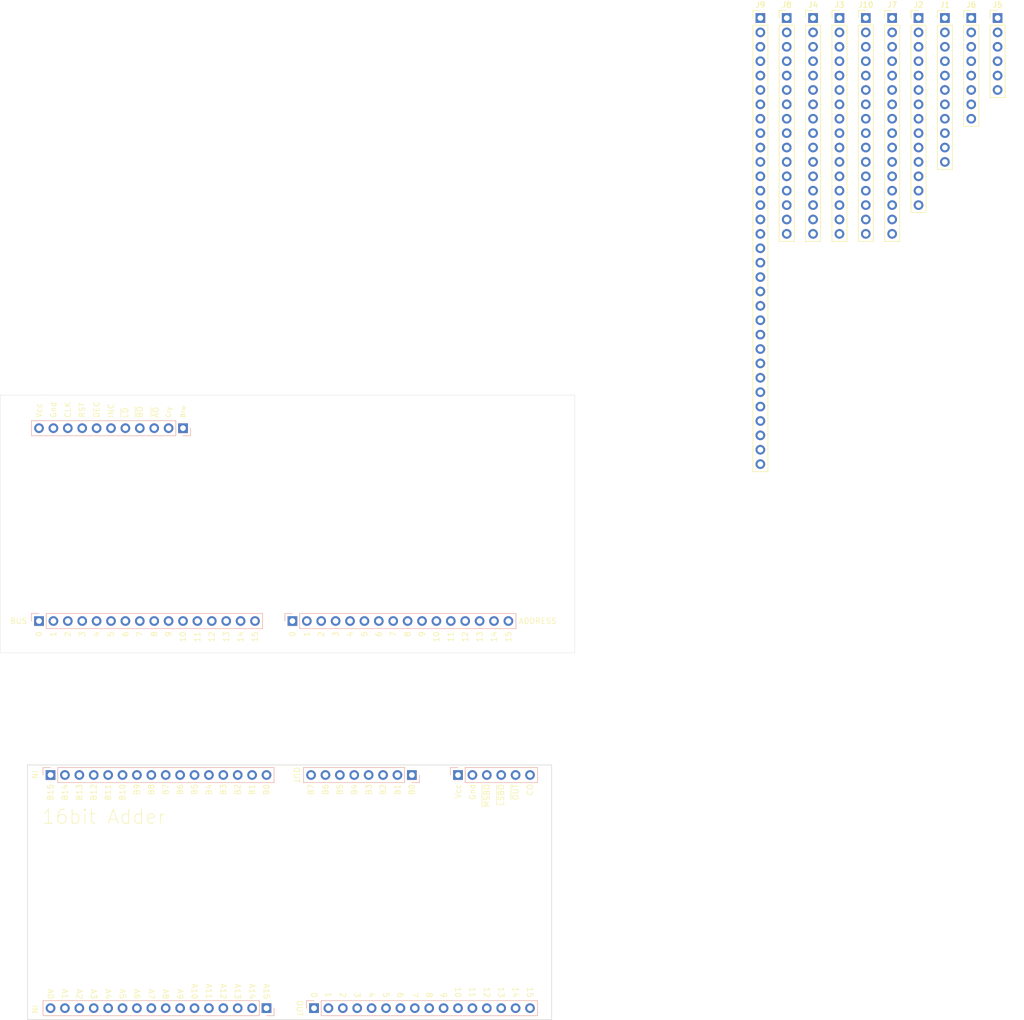
<source format=kicad_pcb>
(kicad_pcb (version 20211014) (generator pcbnew)
  (layers (0 "F.Cu" signal) (31 "B.Cu" signal) (34 "B.Paste" user) (35 "F.Paste" user) (36 "B.SilkS" user "B.Silkscreen") (37 "F.SilkS" user "F.Silkscreen") (38 "B.Mask" user) (39 "F.Mask" user) (44 "Edge.Cuts" user))
  (net 0 "")
  (net 1 "BO")
  (net 2 "CO")
  (net 3 "~{INDEX_OFFSET_OUT}")
  (net 4 "~{INDEX_OUT}")
  (net 5 "~{LATCH_INDEX}")
  (net 6 "~{INC_INDEX}")
  (net 7 "~{DEC_INDEX}")
  (net 8 "~{RST_INDEX}")
  (net 9 "CLOCK")
  (net 10 "GND")
  (net 11 "VCC")
  (net 12 "~{DISPLACE_OUT}")
  (net 13 "~{DISP_LSB_OUT}")
  (net 14 "~{DISP_MSB_OUT}")
  (net 15 "~{OFFSET_OUT}")
  (net 16 "LATCH_OFFSET")
  (net 17 "ADDR0")
  (net 18 "ADDR1")
  (net 19 "ADDR2")
  (net 20 "ADDR3")
  (net 21 "ADDR4")
  (net 22 "ADDR5")
  (net 23 "ADDR6")
  (net 24 "ADDR7")
  (net 25 "ADDR8")
  (net 26 "ADDR9")
  (net 27 "ADDR10")
  (net 28 "ADDR11")
  (net 29 "ADDR12")
  (net 30 "ADDR13")
  (net 31 "ADDR14")
  (net 32 "ADDR15")
  (net 33 "A0")
  (net 34 "A1")
  (net 35 "A2")
  (net 36 "A3")
  (net 37 "A4")
  (net 38 "A5")
  (net 39 "A6")
  (net 40 "A7")
  (net 41 "A8")
  (net 42 "A9")
  (net 43 "A10")
  (net 44 "A11")
  (net 45 "A12")
  (net 46 "A13")
  (net 47 "A14")
  (net 48 "A15")
  (net 50 "BUS7")
  (net 51 "BUS6")
  (net 52 "BUS5")
  (net 53 "BUS4")
  (net 54 "BUS3")
  (net 55 "BUS2")
  (net 56 "BUS1")
  (net 57 "BUS0")
  (net 59 "OFFSET_SIGN")
  (net 60 "OFFSET6")
  (net 61 "OFFSET5")
  (net 62 "OFFSET4")
  (net 63 "OFFSET3")
  (net 64 "OFFSET2")
  (net 65 "OFFSET1")
  (net 66 "OFFSET0")
  (net 67 "B15")
  (net 68 "B14")
  (net 69 "B13")
  (net 70 "B12")
  (net 71 "B11")
  (net 72 "B10")
  (net 73 "B9")
  (net 74 "B8")
  (net 75 "B7")
  (net 76 "B6")
  (net 77 "B5")
  (net 78 "B4")
  (net 79 "B3")
  (net 80 "B2")
  (net 81 "B1")
  (net 82 "B0")
  (footprint "Connector_PinHeader_2.54mm:PinHeader_1x08_P2.54mm_Vertical" (layer "F.Cu") (at 285.104 -19.817)
    (fp_text reference "J6" (at 0 -2.33) (layer "F.SilkS"))
    (fp_text value "Conn_01x08")
    (pad "1" thru_hole rect locked (at 0 0) (size 1.7 1.7) (drill 1) (layers *.Cu *.Mask) (net 50 "BUS7"))
    (pad "2" thru_hole oval locked (at 0 2.54) (size 1.7 1.7) (drill 1) (layers *.Cu *.Mask) (net 51 "BUS6"))
    (pad "3" thru_hole oval locked (at 0 5.08) (size 1.7 1.7) (drill 1) (layers *.Cu *.Mask) (net 52 "BUS5"))
    (pad "4" thru_hole oval locked (at 0 7.62) (size 1.7 1.7) (drill 1) (layers *.Cu *.Mask) (net 53 "BUS4"))
    (pad "5" thru_hole oval locked (at 0 10.16) (size 1.7 1.7) (drill 1) (layers *.Cu *.Mask) (net 54 "BUS3"))
    (pad "6" thru_hole oval locked (at 0 12.7) (size 1.7 1.7) (drill 1) (layers *.Cu *.Mask) (net 55 "BUS2"))
    (pad "7" thru_hole oval locked (at 0 15.24) (size 1.7 1.7) (drill 1) (layers *.Cu *.Mask) (net 56 "BUS1"))
    (pad "8" thru_hole oval locked (at 0 17.78) (size 1.7 1.7) (drill 1) (layers *.Cu *.Mask) (net 57 "BUS0"))
  )
  (footprint "Connector_PinHeader_2.54mm:PinHeader_1x16_P2.54mm_Vertical" (layer "F.Cu") (at 261.854 -19.817)
    (fp_text reference "J3" (at 0 -2.33) (layer "F.SilkS"))
    (fp_text value "Conn_01x16")
    (pad "1" thru_hole rect locked (at 0 0) (size 1.7 1.7) (drill 1) (layers *.Cu *.Mask) (net 17 "ADDR0"))
    (pad "2" thru_hole oval locked (at 0 2.54) (size 1.7 1.7) (drill 1) (layers *.Cu *.Mask) (net 18 "ADDR1"))
    (pad "3" thru_hole oval locked (at 0 5.08) (size 1.7 1.7) (drill 1) (layers *.Cu *.Mask) (net 19 "ADDR2"))
    (pad "4" thru_hole oval locked (at 0 7.62) (size 1.7 1.7) (drill 1) (layers *.Cu *.Mask) (net 20 "ADDR3"))
    (pad "5" thru_hole oval locked (at 0 10.16) (size 1.7 1.7) (drill 1) (layers *.Cu *.Mask) (net 21 "ADDR4"))
    (pad "6" thru_hole oval locked (at 0 12.7) (size 1.7 1.7) (drill 1) (layers *.Cu *.Mask) (net 22 "ADDR5"))
    (pad "7" thru_hole oval locked (at 0 15.24) (size 1.7 1.7) (drill 1) (layers *.Cu *.Mask) (net 23 "ADDR6"))
    (pad "8" thru_hole oval locked (at 0 17.78) (size 1.7 1.7) (drill 1) (layers *.Cu *.Mask) (net 24 "ADDR7"))
    (pad "9" thru_hole oval locked (at 0 20.32) (size 1.7 1.7) (drill 1) (layers *.Cu *.Mask) (net 25 "ADDR8"))
    (pad "10" thru_hole oval locked (at 0 22.86) (size 1.7 1.7) (drill 1) (layers *.Cu *.Mask) (net 26 "ADDR9"))
    (pad "11" thru_hole oval locked (at 0 25.4) (size 1.7 1.7) (drill 1) (layers *.Cu *.Mask) (net 27 "ADDR10"))
    (pad "12" thru_hole oval locked (at 0 27.94) (size 1.7 1.7) (drill 1) (layers *.Cu *.Mask) (net 28 "ADDR11"))
    (pad "13" thru_hole oval locked (at 0 30.48) (size 1.7 1.7) (drill 1) (layers *.Cu *.Mask) (net 29 "ADDR12"))
    (pad "14" thru_hole oval locked (at 0 33.02) (size 1.7 1.7) (drill 1) (layers *.Cu *.Mask) (net 30 "ADDR13"))
    (pad "15" thru_hole oval locked (at 0 35.56) (size 1.7 1.7) (drill 1) (layers *.Cu *.Mask) (net 31 "ADDR14"))
    (pad "16" thru_hole oval locked (at 0 38.1) (size 1.7 1.7) (drill 1) (layers *.Cu *.Mask) (net 32 "ADDR15"))
  )
  (footprint "Connector_PinHeader_2.54mm:PinHeader_1x14_P2.54mm_Vertical" (layer "F.Cu") (at 275.804 -19.817)
    (fp_text reference "J2" (at 0 -2.33) (layer "F.SilkS"))
    (fp_text value "Conn_01x14")
    (pad "1" thru_hole rect locked (at 0 0) (size 1.7 1.7) (drill 1) (layers *.Cu *.Mask) (net 11 "VCC"))
    (pad "2" thru_hole oval locked (at 0 2.54) (size 1.7 1.7) (drill 1) (layers *.Cu *.Mask) (net 10 "GND"))
    (pad "3" thru_hole oval locked (at 0 5.08) (size 1.7 1.7) (drill 1) (layers *.Cu *.Mask) (net 9 "CLOCK"))
    (pad "4" thru_hole oval locked (at 0 7.62) (size 1.7 1.7) (drill 1) (layers *.Cu *.Mask) (net 8 "~{RST_INDEX}"))
    (pad "5" thru_hole oval locked (at 0 10.16) (size 1.7 1.7) (drill 1) (layers *.Cu *.Mask) (net 7 "~{DEC_INDEX}"))
    (pad "6" thru_hole oval locked (at 0 12.7) (size 1.7 1.7) (drill 1) (layers *.Cu *.Mask) (net 6 "~{INC_INDEX}"))
    (pad "7" thru_hole oval locked (at 0 15.24) (size 1.7 1.7) (drill 1) (layers *.Cu *.Mask) (net 5 "~{LATCH_INDEX}"))
    (pad "8" thru_hole oval locked (at 0 17.78) (size 1.7 1.7) (drill 1) (layers *.Cu *.Mask) (net 4 "~{INDEX_OUT}"))
    (pad "9" thru_hole oval locked (at 0 20.32) (size 1.7 1.7) (drill 1) (layers *.Cu *.Mask) (net 3 "~{INDEX_OFFSET_OUT}"))
    (pad "10" thru_hole oval locked (at 0 22.86) (size 1.7 1.7) (drill 1) (layers *.Cu *.Mask) (net 12 "~{DISPLACE_OUT}"))
    (pad "11" thru_hole oval locked (at 0 25.4) (size 1.7 1.7) (drill 1) (layers *.Cu *.Mask) (net 13 "~{DISP_LSB_OUT}"))
    (pad "12" thru_hole oval locked (at 0 27.94) (size 1.7 1.7) (drill 1) (layers *.Cu *.Mask) (net 14 "~{DISP_MSB_OUT}"))
    (pad "13" thru_hole oval locked (at 0 30.48) (size 1.7 1.7) (drill 1) (layers *.Cu *.Mask) (net 15 "~{OFFSET_OUT}"))
    (pad "14" thru_hole oval locked (at 0 33.02) (size 1.7 1.7) (drill 1) (layers *.Cu *.Mask) (net 16 "LATCH_OFFSET"))
  )
  (footprint "Connector_PinHeader_2.54mm:PinHeader_1x16_P2.54mm_Vertical" (layer "F.Cu") (at 271.154 -19.817)
    (fp_text reference "J7" (at 0 -2.33) (layer "F.SilkS"))
    (fp_text value "Conn_01x16")
    (pad "1" thru_hole rect locked (at 0 0) (size 1.7 1.7) (drill 1) (layers *.Cu *.Mask) (net 48 "A15"))
    (pad "2" thru_hole oval locked (at 0 2.54) (size 1.7 1.7) (drill 1) (layers *.Cu *.Mask) (net 47 "A14"))
    (pad "3" thru_hole oval locked (at 0 5.08) (size 1.7 1.7) (drill 1) (layers *.Cu *.Mask) (net 46 "A13"))
    (pad "4" thru_hole oval locked (at 0 7.62) (size 1.7 1.7) (drill 1) (layers *.Cu *.Mask) (net 45 "A12"))
    (pad "5" thru_hole oval locked (at 0 10.16) (size 1.7 1.7) (drill 1) (layers *.Cu *.Mask) (net 44 "A11"))
    (pad "6" thru_hole oval locked (at 0 12.7) (size 1.7 1.7) (drill 1) (layers *.Cu *.Mask) (net 43 "A10"))
    (pad "7" thru_hole oval locked (at 0 15.24) (size 1.7 1.7) (drill 1) (layers *.Cu *.Mask) (net 42 "A9"))
    (pad "8" thru_hole oval locked (at 0 17.78) (size 1.7 1.7) (drill 1) (layers *.Cu *.Mask) (net 41 "A8"))
    (pad "9" thru_hole oval locked (at 0 20.32) (size 1.7 1.7) (drill 1) (layers *.Cu *.Mask) (net 40 "A7"))
    (pad "10" thru_hole oval locked (at 0 22.86) (size 1.7 1.7) (drill 1) (layers *.Cu *.Mask) (net 39 "A6"))
    (pad "11" thru_hole oval locked (at 0 25.4) (size 1.7 1.7) (drill 1) (layers *.Cu *.Mask) (net 38 "A5"))
    (pad "12" thru_hole oval locked (at 0 27.94) (size 1.7 1.7) (drill 1) (layers *.Cu *.Mask) (net 37 "A4"))
    (pad "13" thru_hole oval locked (at 0 30.48) (size 1.7 1.7) (drill 1) (layers *.Cu *.Mask) (net 36 "A3"))
    (pad "14" thru_hole oval locked (at 0 33.02) (size 1.7 1.7) (drill 1) (layers *.Cu *.Mask) (net 35 "A2"))
    (pad "15" thru_hole oval locked (at 0 35.56) (size 1.7 1.7) (drill 1) (layers *.Cu *.Mask) (net 34 "A1"))
    (pad "16" thru_hole oval locked (at 0 38.1) (size 1.7 1.7) (drill 1) (layers *.Cu *.Mask) (net 33 "A0"))
  )
  (footprint "Connector_PinHeader_2.54mm:PinHeader_1x16_P2.54mm_Vertical" (layer "F.Cu") (at 266.504 -19.817)
    (fp_text reference "J10" (at 0 -2.33) (layer "F.SilkS"))
    (fp_text value "Conn_01x16")
    (pad "1" thru_hole rect locked (at 0 0) (size 1.7 1.7) (drill 1) (layers *.Cu *.Mask) (net 67 "B15"))
    (pad "2" thru_hole oval locked (at 0 2.54) (size 1.7 1.7) (drill 1) (layers *.Cu *.Mask) (net 68 "B14"))
    (pad "3" thru_hole oval locked (at 0 5.08) (size 1.7 1.7) (drill 1) (layers *.Cu *.Mask) (net 69 "B13"))
    (pad "4" thru_hole oval locked (at 0 7.62) (size 1.7 1.7) (drill 1) (layers *.Cu *.Mask) (net 70 "B12"))
    (pad "5" thru_hole oval locked (at 0 10.16) (size 1.7 1.7) (drill 1) (layers *.Cu *.Mask) (net 71 "B11"))
    (pad "6" thru_hole oval locked (at 0 12.7) (size 1.7 1.7) (drill 1) (layers *.Cu *.Mask) (net 72 "B10"))
    (pad "7" thru_hole oval locked (at 0 15.24) (size 1.7 1.7) (drill 1) (layers *.Cu *.Mask) (net 73 "B9"))
    (pad "8" thru_hole oval locked (at 0 17.78) (size 1.7 1.7) (drill 1) (layers *.Cu *.Mask) (net 74 "B8"))
    (pad "9" thru_hole oval locked (at 0 20.32) (size 1.7 1.7) (drill 1) (layers *.Cu *.Mask) (net 75 "B7"))
    (pad "10" thru_hole oval locked (at 0 22.86) (size 1.7 1.7) (drill 1) (layers *.Cu *.Mask) (net 76 "B6"))
    (pad "11" thru_hole oval locked (at 0 25.4) (size 1.7 1.7) (drill 1) (layers *.Cu *.Mask) (net 77 "B5"))
    (pad "12" thru_hole oval locked (at 0 27.94) (size 1.7 1.7) (drill 1) (layers *.Cu *.Mask) (net 78 "B4"))
    (pad "13" thru_hole oval locked (at 0 30.48) (size 1.7 1.7) (drill 1) (layers *.Cu *.Mask) (net 79 "B3"))
    (pad "14" thru_hole oval locked (at 0 33.02) (size 1.7 1.7) (drill 1) (layers *.Cu *.Mask) (net 80 "B2"))
    (pad "15" thru_hole oval locked (at 0 35.56) (size 1.7 1.7) (drill 1) (layers *.Cu *.Mask) (net 81 "B1"))
    (pad "16" thru_hole oval locked (at 0 38.1) (size 1.7 1.7) (drill 1) (layers *.Cu *.Mask) (net 82 "B0"))
  )
  (footprint "Connector_PinHeader_2.54mm:PinHeader_1x06_P2.54mm_Vertical" (layer "F.Cu") (at 289.754 -19.817)
    (fp_text reference "J5" (at 0 -2.33) (layer "F.SilkS"))
    (fp_text value "Conn_01x06")
    (pad "1" thru_hole rect locked (at 0 0) (size 1.7 1.7) (drill 1) (layers *.Cu *.Mask) (net 11 "VCC"))
    (pad "2" thru_hole oval locked (at 0 2.54) (size 1.7 1.7) (drill 1) (layers *.Cu *.Mask) (net 10 "GND"))
    (pad "3" thru_hole oval locked (at 0 5.08) (size 1.7 1.7) (drill 1) (layers *.Cu *.Mask) (net 14 "~{DISP_MSB_OUT}"))
    (pad "4" thru_hole oval locked (at 0 7.62) (size 1.7 1.7) (drill 1) (layers *.Cu *.Mask) (net 13 "~{DISP_LSB_OUT}"))
    (pad "5" thru_hole oval locked (at 0 10.16) (size 1.7 1.7) (drill 1) (layers *.Cu *.Mask) (net 12 "~{DISPLACE_OUT}"))
    (pad "6" thru_hole oval locked (at 0 12.7) (size 1.7 1.7) (drill 1) (layers *.Cu *.Mask))
  )
  (footprint "Connector_PinHeader_2.54mm:PinHeader_1x32_P2.54mm_Vertical" (layer "F.Cu") (at 247.904 -19.817)
    (fp_text reference "J9" (at 0 -2.33) (layer "F.SilkS"))
    (fp_text value "Conn_01x32")
    (pad "1" thru_hole rect locked (at 0 0) (size 1.7 1.7) (drill 1) (layers *.Cu *.Mask) (net 10 "GND"))
    (pad "2" thru_hole oval locked (at 0 2.54) (size 1.7 1.7) (drill 1) (layers *.Cu *.Mask) (net 11 "VCC"))
    (pad "3" thru_hole oval locked (at 0 5.08) (size 1.7 1.7) (drill 1) (layers *.Cu *.Mask) (net 9 "CLOCK"))
    (pad "4" thru_hole oval locked (at 0 7.62) (size 1.7 1.7) (drill 1) (layers *.Cu *.Mask))
    (pad "5" thru_hole oval locked (at 0 10.16) (size 1.7 1.7) (drill 1) (layers *.Cu *.Mask) (net 48 "A15"))
    (pad "6" thru_hole oval locked (at 0 12.7) (size 1.7 1.7) (drill 1) (layers *.Cu *.Mask) (net 47 "A14"))
    (pad "7" thru_hole oval locked (at 0 15.24) (size 1.7 1.7) (drill 1) (layers *.Cu *.Mask) (net 46 "A13"))
    (pad "8" thru_hole oval locked (at 0 17.78) (size 1.7 1.7) (drill 1) (layers *.Cu *.Mask) (net 45 "A12"))
    (pad "9" thru_hole oval locked (at 0 20.32) (size 1.7 1.7) (drill 1) (layers *.Cu *.Mask) (net 44 "A11"))
    (pad "10" thru_hole oval locked (at 0 22.86) (size 1.7 1.7) (drill 1) (layers *.Cu *.Mask) (net 43 "A10"))
    (pad "11" thru_hole oval locked (at 0 25.4) (size 1.7 1.7) (drill 1) (layers *.Cu *.Mask) (net 42 "A9"))
    (pad "12" thru_hole oval locked (at 0 27.94) (size 1.7 1.7) (drill 1) (layers *.Cu *.Mask) (net 41 "A8"))
    (pad "13" thru_hole oval locked (at 0 30.48) (size 1.7 1.7) (drill 1) (layers *.Cu *.Mask) (net 59 "OFFSET_SIGN"))
    (pad "14" thru_hole oval locked (at 0 33.02) (size 1.7 1.7) (drill 1) (layers *.Cu *.Mask) (net 60 "OFFSET6"))
    (pad "15" thru_hole oval locked (at 0 35.56) (size 1.7 1.7) (drill 1) (layers *.Cu *.Mask) (net 61 "OFFSET5"))
    (pad "16" thru_hole oval locked (at 0 38.1) (size 1.7 1.7) (drill 1) (layers *.Cu *.Mask) (net 62 "OFFSET4"))
    (pad "17" thru_hole oval locked (at 0 40.64) (size 1.7 1.7) (drill 1) (layers *.Cu *.Mask) (net 63 "OFFSET3"))
    (pad "18" thru_hole oval locked (at 0 43.18) (size 1.7 1.7) (drill 1) (layers *.Cu *.Mask) (net 64 "OFFSET2"))
    (pad "19" thru_hole oval locked (at 0 45.72) (size 1.7 1.7) (drill 1) (layers *.Cu *.Mask) (net 65 "OFFSET1"))
    (pad "20" thru_hole oval locked (at 0 48.26) (size 1.7 1.7) (drill 1) (layers *.Cu *.Mask) (net 66 "OFFSET0"))
    (pad "21" thru_hole oval locked (at 0 50.8) (size 1.7 1.7) (drill 1) (layers *.Cu *.Mask) (net 50 "BUS7"))
    (pad "22" thru_hole oval locked (at 0 53.34) (size 1.7 1.7) (drill 1) (layers *.Cu *.Mask) (net 51 "BUS6"))
    (pad "23" thru_hole oval locked (at 0 55.88) (size 1.7 1.7) (drill 1) (layers *.Cu *.Mask) (net 52 "BUS5"))
    (pad "24" thru_hole oval locked (at 0 58.42) (size 1.7 1.7) (drill 1) (layers *.Cu *.Mask) (net 53 "BUS4"))
    (pad "25" thru_hole oval locked (at 0 60.96) (size 1.7 1.7) (drill 1) (layers *.Cu *.Mask) (net 54 "BUS3"))
    (pad "26" thru_hole oval locked (at 0 63.5) (size 1.7 1.7) (drill 1) (layers *.Cu *.Mask) (net 55 "BUS2"))
    (pad "27" thru_hole oval locked (at 0 66.04) (size 1.7 1.7) (drill 1) (layers *.Cu *.Mask) (net 56 "BUS1"))
    (pad "28" thru_hole oval locked (at 0 68.58) (size 1.7 1.7) (drill 1) (layers *.Cu *.Mask) (net 57 "BUS0"))
    (pad "29" thru_hole oval locked (at 0 71.12) (size 1.7 1.7) (drill 1) (layers *.Cu *.Mask) (net 16 "LATCH_OFFSET"))
    (pad "30" thru_hole oval locked (at 0 73.66) (size 1.7 1.7) (drill 1) (layers *.Cu *.Mask) (net 15 "~{OFFSET_OUT}"))
    (pad "31" thru_hole oval locked (at 0 76.2) (size 1.7 1.7) (drill 1) (layers *.Cu *.Mask) (net 11 "VCC"))
    (pad "32" thru_hole oval locked (at 0 78.74) (size 1.7 1.7) (drill 1) (layers *.Cu *.Mask) (net 11 "VCC"))
  )
  (footprint "Connector_PinHeader_2.54mm:PinHeader_1x11_P2.54mm_Vertical" (layer "F.Cu") (at 280.454 -19.817)
    (fp_text reference "J1" (at 0 -2.33) (layer "F.SilkS"))
    (fp_text value "Conn_01x11")
    (pad "1" thru_hole rect locked (at 0 0) (size 1.7 1.7) (drill 1) (layers *.Cu *.Mask) (net 1 "BO"))
    (pad "2" thru_hole oval locked (at 0 2.54) (size 1.7 1.7) (drill 1) (layers *.Cu *.Mask) (net 2 "CO"))
    (pad "3" thru_hole oval locked (at 0 5.08) (size 1.7 1.7) (drill 1) (layers *.Cu *.Mask) (net 3 "~{INDEX_OFFSET_OUT}"))
    (pad "4" thru_hole oval locked (at 0 7.62) (size 1.7 1.7) (drill 1) (layers *.Cu *.Mask) (net 4 "~{INDEX_OUT}"))
    (pad "5" thru_hole oval locked (at 0 10.16) (size 1.7 1.7) (drill 1) (layers *.Cu *.Mask) (net 5 "~{LATCH_INDEX}"))
    (pad "6" thru_hole oval locked (at 0 12.7) (size 1.7 1.7) (drill 1) (layers *.Cu *.Mask) (net 6 "~{INC_INDEX}"))
    (pad "7" thru_hole oval locked (at 0 15.24) (size 1.7 1.7) (drill 1) (layers *.Cu *.Mask) (net 7 "~{DEC_INDEX}"))
    (pad "8" thru_hole oval locked (at 0 17.78) (size 1.7 1.7) (drill 1) (layers *.Cu *.Mask) (net 8 "~{RST_INDEX}"))
    (pad "9" thru_hole oval locked (at 0 20.32) (size 1.7 1.7) (drill 1) (layers *.Cu *.Mask) (net 9 "CLOCK"))
    (pad "10" thru_hole oval locked (at 0 22.86) (size 1.7 1.7) (drill 1) (layers *.Cu *.Mask) (net 10 "GND"))
    (pad "11" thru_hole oval locked (at 0 25.4) (size 1.7 1.7) (drill 1) (layers *.Cu *.Mask) (net 11 "VCC"))
  )
  (footprint "Connector_PinHeader_2.54mm:PinHeader_1x16_P2.54mm_Vertical" (layer "F.Cu") (at 257.204 -19.817)
    (fp_text reference "J4" (at 0 -2.33) (layer "F.SilkS"))
    (fp_text value "Conn_01x16")
    (pad "1" thru_hole rect locked (at 0 0) (size 1.7 1.7) (drill 1) (layers *.Cu *.Mask) (net 33 "A0"))
    (pad "2" thru_hole oval locked (at 0 2.54) (size 1.7 1.7) (drill 1) (layers *.Cu *.Mask) (net 34 "A1"))
    (pad "3" thru_hole oval locked (at 0 5.08) (size 1.7 1.7) (drill 1) (layers *.Cu *.Mask) (net 35 "A2"))
    (pad "4" thru_hole oval locked (at 0 7.62) (size 1.7 1.7) (drill 1) (layers *.Cu *.Mask) (net 36 "A3"))
    (pad "5" thru_hole oval locked (at 0 10.16) (size 1.7 1.7) (drill 1) (layers *.Cu *.Mask) (net 37 "A4"))
    (pad "6" thru_hole oval locked (at 0 12.7) (size 1.7 1.7) (drill 1) (layers *.Cu *.Mask) (net 38 "A5"))
    (pad "7" thru_hole oval locked (at 0 15.24) (size 1.7 1.7) (drill 1) (layers *.Cu *.Mask) (net 39 "A6"))
    (pad "8" thru_hole oval locked (at 0 17.78) (size 1.7 1.7) (drill 1) (layers *.Cu *.Mask) (net 40 "A7"))
    (pad "9" thru_hole oval locked (at 0 20.32) (size 1.7 1.7) (drill 1) (layers *.Cu *.Mask) (net 41 "A8"))
    (pad "10" thru_hole oval locked (at 0 22.86) (size 1.7 1.7) (drill 1) (layers *.Cu *.Mask) (net 42 "A9"))
    (pad "11" thru_hole oval locked (at 0 25.4) (size 1.7 1.7) (drill 1) (layers *.Cu *.Mask) (net 43 "A10"))
    (pad "12" thru_hole oval locked (at 0 27.94) (size 1.7 1.7) (drill 1) (layers *.Cu *.Mask) (net 44 "A11"))
    (pad "13" thru_hole oval locked (at 0 30.48) (size 1.7 1.7) (drill 1) (layers *.Cu *.Mask) (net 45 "A12"))
    (pad "14" thru_hole oval locked (at 0 33.02) (size 1.7 1.7) (drill 1) (layers *.Cu *.Mask) (net 46 "A13"))
    (pad "15" thru_hole oval locked (at 0 35.56) (size 1.7 1.7) (drill 1) (layers *.Cu *.Mask) (net 47 "A14"))
    (pad "16" thru_hole oval locked (at 0 38.1) (size 1.7 1.7) (drill 1) (layers *.Cu *.Mask) (net 48 "A15"))
  )
  (footprint "Connector_PinHeader_2.54mm:PinHeader_1x16_P2.54mm_Vertical" (layer "F.Cu") (at 252.554 -19.817)
    (fp_text reference "J8" (at 0 -2.33) (layer "F.SilkS"))
    (fp_text value "Conn_01x16")
    (pad "1" thru_hole rect locked (at 0 0) (size 1.7 1.7) (drill 1) (layers *.Cu *.Mask) (net 32 "ADDR15"))
    (pad "2" thru_hole oval locked (at 0 2.54) (size 1.7 1.7) (drill 1) (layers *.Cu *.Mask) (net 31 "ADDR14"))
    (pad "3" thru_hole oval locked (at 0 5.08) (size 1.7 1.7) (drill 1) (layers *.Cu *.Mask) (net 30 "ADDR13"))
    (pad "4" thru_hole oval locked (at 0 7.62) (size 1.7 1.7) (drill 1) (layers *.Cu *.Mask) (net 29 "ADDR12"))
    (pad "5" thru_hole oval locked (at 0 10.16) (size 1.7 1.7) (drill 1) (layers *.Cu *.Mask) (net 28 "ADDR11"))
    (pad "6" thru_hole oval locked (at 0 12.7) (size 1.7 1.7) (drill 1) (layers *.Cu *.Mask) (net 27 "ADDR10"))
    (pad "7" thru_hole oval locked (at 0 15.24) (size 1.7 1.7) (drill 1) (layers *.Cu *.Mask) (net 26 "ADDR9"))
    (pad "8" thru_hole oval locked (at 0 17.78) (size 1.7 1.7) (drill 1) (layers *.Cu *.Mask) (net 25 "ADDR8"))
    (pad "9" thru_hole oval locked (at 0 20.32) (size 1.7 1.7) (drill 1) (layers *.Cu *.Mask) (net 24 "ADDR7"))
    (pad "10" thru_hole oval locked (at 0 22.86) (size 1.7 1.7) (drill 1) (layers *.Cu *.Mask) (net 23 "ADDR6"))
    (pad "11" thru_hole oval locked (at 0 25.4) (size 1.7 1.7) (drill 1) (layers *.Cu *.Mask) (net 22 "ADDR5"))
    (pad "12" thru_hole oval locked (at 0 27.94) (size 1.7 1.7) (drill 1) (layers *.Cu *.Mask) (net 21 "ADDR4"))
    (pad "13" thru_hole oval locked (at 0 30.48) (size 1.7 1.7) (drill 1) (layers *.Cu *.Mask) (net 20 "ADDR3"))
    (pad "14" thru_hole oval locked (at 0 33.02) (size 1.7 1.7) (drill 1) (layers *.Cu *.Mask) (net 19 "ADDR2"))
    (pad "15" thru_hole oval locked (at 0 35.56) (size 1.7 1.7) (drill 1) (layers *.Cu *.Mask) (net 18 "ADDR1"))
    (pad "16" thru_hole oval locked (at 0 38.1) (size 1.7 1.7) (drill 1) (layers *.Cu *.Mask) (net 17 "ADDR0"))
  )
  (footprint "Connector_PinHeader_2.54mm:PinHeader_1x16_P2.54mm_Vertical" (layer "B.Cu") (at 169.164 154.94 -90)
    (fp_text reference "J4" hide)
    (fp_text value "Conn_01x16" hide)
    (pad "1" thru_hole rect locked (at 0 0 270) (size 1.7 1.7) (drill 1) (layers *.Cu *.Mask))
    (pad "2" thru_hole oval locked (at 0 -2.54 270) (size 1.7 1.7) (drill 1) (layers *.Cu *.Mask))
    (pad "3" thru_hole oval locked (at 0 -5.08 270) (size 1.7 1.7) (drill 1) (layers *.Cu *.Mask))
    (pad "4" thru_hole oval locked (at 0 -7.62 270) (size 1.7 1.7) (drill 1) (layers *.Cu *.Mask))
    (pad "5" thru_hole oval locked (at 0 -10.16 270) (size 1.7 1.7) (drill 1) (layers *.Cu *.Mask))
    (pad "6" thru_hole oval locked (at 0 -12.7 270) (size 1.7 1.7) (drill 1) (layers *.Cu *.Mask))
    (pad "7" thru_hole oval locked (at 0 -15.24 270) (size 1.7 1.7) (drill 1) (layers *.Cu *.Mask))
    (pad "8" thru_hole oval locked (at 0 -17.78 270) (size 1.7 1.7) (drill 1) (layers *.Cu *.Mask))
    (pad "9" thru_hole oval locked (at 0 -20.32 270) (size 1.7 1.7) (drill 1) (layers *.Cu *.Mask))
    (pad "10" thru_hole oval locked (at 0 -22.86 270) (size 1.7 1.7) (drill 1) (layers *.Cu *.Mask))
    (pad "11" thru_hole oval locked (at 0 -25.4 270) (size 1.7 1.7) (drill 1) (layers *.Cu *.Mask))
    (pad "12" thru_hole oval locked (at 0 -27.94 270) (size 1.7 1.7) (drill 1) (layers *.Cu *.Mask))
    (pad "13" thru_hole oval locked (at 0 -30.48 270) (size 1.7 1.7) (drill 1) (layers *.Cu *.Mask))
    (pad "14" thru_hole oval locked (at 0 -33.02 270) (size 1.7 1.7) (drill 1) (layers *.Cu *.Mask))
    (pad "15" thru_hole oval locked (at 0 -35.56 270) (size 1.7 1.7) (drill 1) (layers *.Cu *.Mask))
    (pad "16" thru_hole oval locked (at 0 -38.1 270) (size 1.7 1.7) (drill 1) (layers *.Cu *.Mask))
  )
  (footprint "Connector_PinHeader_2.54mm:PinHeader_1x08_P2.54mm_Vertical" (layer "B.Cu") (at 186.421 113.792 90)
    (fp_text reference "J3" hide)
    (fp_text value "Conn_01x08" hide)
    (pad "1" thru_hole rect locked (at 0 0 90) (size 1.7 1.7) (drill 1) (layers *.Cu *.Mask))
    (pad "2" thru_hole oval locked (at 0 -2.54 90) (size 1.7 1.7) (drill 1) (layers *.Cu *.Mask))
    (pad "3" thru_hole oval locked (at 0 -5.08 90) (size 1.7 1.7) (drill 1) (layers *.Cu *.Mask))
    (pad "4" thru_hole oval locked (at 0 -7.62 90) (size 1.7 1.7) (drill 1) (layers *.Cu *.Mask))
    (pad "5" thru_hole oval locked (at 0 -10.16 90) (size 1.7 1.7) (drill 1) (layers *.Cu *.Mask))
    (pad "6" thru_hole oval locked (at 0 -12.7 90) (size 1.7 1.7) (drill 1) (layers *.Cu *.Mask))
    (pad "7" thru_hole oval locked (at 0 -15.24 90) (size 1.7 1.7) (drill 1) (layers *.Cu *.Mask))
    (pad "8" thru_hole oval locked (at 0 -17.78 90) (size 1.7 1.7) (drill 1) (layers *.Cu *.Mask))
  )
  (footprint "Connector_PinHeader_2.54mm:PinHeader_1x11_P2.54mm_Vertical" (layer "B.Cu") (at 146.05 52.578 90)
    (fp_text reference "J4" hide)
    (fp_text value "Conn_01x11")
    (pad "1" thru_hole rect locked (at 0 0 90) (size 1.7 1.7) (drill 1) (layers *.Cu *.Mask))
    (pad "2" thru_hole oval locked (at 0 -2.54 90) (size 1.7 1.7) (drill 1) (layers *.Cu *.Mask))
    (pad "3" thru_hole oval locked (at 0 -5.08 90) (size 1.7 1.7) (drill 1) (layers *.Cu *.Mask))
    (pad "4" thru_hole oval locked (at 0 -7.62 90) (size 1.7 1.7) (drill 1) (layers *.Cu *.Mask))
    (pad "5" thru_hole oval locked (at 0 -10.16 90) (size 1.7 1.7) (drill 1) (layers *.Cu *.Mask))
    (pad "6" thru_hole oval locked (at 0 -12.7 90) (size 1.7 1.7) (drill 1) (layers *.Cu *.Mask))
    (pad "7" thru_hole oval locked (at 0 -15.24 90) (size 1.7 1.7) (drill 1) (layers *.Cu *.Mask))
    (pad "8" thru_hole oval locked (at 0 -17.78 90) (size 1.7 1.7) (drill 1) (layers *.Cu *.Mask))
    (pad "9" thru_hole oval locked (at 0 -20.32 90) (size 1.7 1.7) (drill 1) (layers *.Cu *.Mask))
    (pad "10" thru_hole oval locked (at 0 -22.86 90) (size 1.7 1.7) (drill 1) (layers *.Cu *.Mask))
    (pad "11" thru_hole oval locked (at 0 -25.4 90) (size 1.7 1.7) (drill 1) (layers *.Cu *.Mask))
  )
  (footprint "Connector_PinHeader_2.54mm:PinHeader_1x16_P2.54mm_Vertical" (layer "B.Cu") (at 160.782 154.94 90)
    (fp_text reference "J2" hide)
    (fp_text value "Conn_01x16" hide)
    (pad "1" thru_hole rect locked (at 0 0 90) (size 1.7 1.7) (drill 1) (layers *.Cu *.Mask))
    (pad "2" thru_hole oval locked (at 0 -2.54 90) (size 1.7 1.7) (drill 1) (layers *.Cu *.Mask))
    (pad "3" thru_hole oval locked (at 0 -5.08 90) (size 1.7 1.7) (drill 1) (layers *.Cu *.Mask))
    (pad "4" thru_hole oval locked (at 0 -7.62 90) (size 1.7 1.7) (drill 1) (layers *.Cu *.Mask))
    (pad "5" thru_hole oval locked (at 0 -10.16 90) (size 1.7 1.7) (drill 1) (layers *.Cu *.Mask))
    (pad "6" thru_hole oval locked (at 0 -12.7 90) (size 1.7 1.7) (drill 1) (layers *.Cu *.Mask))
    (pad "7" thru_hole oval locked (at 0 -15.24 90) (size 1.7 1.7) (drill 1) (layers *.Cu *.Mask))
    (pad "8" thru_hole oval locked (at 0 -17.78 90) (size 1.7 1.7) (drill 1) (layers *.Cu *.Mask))
    (pad "9" thru_hole oval locked (at 0 -20.32 90) (size 1.7 1.7) (drill 1) (layers *.Cu *.Mask))
    (pad "10" thru_hole oval locked (at 0 -22.86 90) (size 1.7 1.7) (drill 1) (layers *.Cu *.Mask))
    (pad "11" thru_hole oval locked (at 0 -25.4 90) (size 1.7 1.7) (drill 1) (layers *.Cu *.Mask))
    (pad "12" thru_hole oval locked (at 0 -27.94 90) (size 1.7 1.7) (drill 1) (layers *.Cu *.Mask))
    (pad "13" thru_hole oval locked (at 0 -30.48 90) (size 1.7 1.7) (drill 1) (layers *.Cu *.Mask))
    (pad "14" thru_hole oval locked (at 0 -33.02 90) (size 1.7 1.7) (drill 1) (layers *.Cu *.Mask))
    (pad "15" thru_hole oval locked (at 0 -35.56 90) (size 1.7 1.7) (drill 1) (layers *.Cu *.Mask))
    (pad "16" thru_hole oval locked (at 0 -38.1 90) (size 1.7 1.7) (drill 1) (layers *.Cu *.Mask))
  )
  (footprint "Connector_PinHeader_2.54mm:PinHeader_1x16_P2.54mm_Vertical" (layer "B.Cu") (at 165.354 86.614 -90)
    (fp_text reference "J3" hide)
    (fp_text value "Conn_01x16")
    (pad "1" thru_hole rect locked (at 0 0 270) (size 1.7 1.7) (drill 1) (layers *.Cu *.Mask))
    (pad "2" thru_hole oval locked (at 0 -2.54 270) (size 1.7 1.7) (drill 1) (layers *.Cu *.Mask))
    (pad "3" thru_hole oval locked (at 0 -5.08 270) (size 1.7 1.7) (drill 1) (layers *.Cu *.Mask))
    (pad "4" thru_hole oval locked (at 0 -7.62 270) (size 1.7 1.7) (drill 1) (layers *.Cu *.Mask))
    (pad "5" thru_hole oval locked (at 0 -10.16 270) (size 1.7 1.7) (drill 1) (layers *.Cu *.Mask))
    (pad "6" thru_hole oval locked (at 0 -12.7 270) (size 1.7 1.7) (drill 1) (layers *.Cu *.Mask))
    (pad "7" thru_hole oval locked (at 0 -15.24 270) (size 1.7 1.7) (drill 1) (layers *.Cu *.Mask))
    (pad "8" thru_hole oval locked (at 0 -17.78 270) (size 1.7 1.7) (drill 1) (layers *.Cu *.Mask))
    (pad "9" thru_hole oval locked (at 0 -20.32 270) (size 1.7 1.7) (drill 1) (layers *.Cu *.Mask))
    (pad "10" thru_hole oval locked (at 0 -22.86 270) (size 1.7 1.7) (drill 1) (layers *.Cu *.Mask))
    (pad "11" thru_hole oval locked (at 0 -25.4 270) (size 1.7 1.7) (drill 1) (layers *.Cu *.Mask))
    (pad "12" thru_hole oval locked (at 0 -27.94 270) (size 1.7 1.7) (drill 1) (layers *.Cu *.Mask))
    (pad "13" thru_hole oval locked (at 0 -30.48 270) (size 1.7 1.7) (drill 1) (layers *.Cu *.Mask))
    (pad "14" thru_hole oval locked (at 0 -33.02 270) (size 1.7 1.7) (drill 1) (layers *.Cu *.Mask))
    (pad "15" thru_hole oval locked (at 0 -35.56 270) (size 1.7 1.7) (drill 1) (layers *.Cu *.Mask))
    (pad "16" thru_hole oval locked (at 0 -38.1 270) (size 1.7 1.7) (drill 1) (layers *.Cu *.Mask))
  )
  (footprint "Connector_PinHeader_2.54mm:PinHeader_1x06_P2.54mm_Vertical" (layer "B.Cu") (at 194.564 113.792 -90)
    (fp_text reference "J1" hide)
    (fp_text value "Conn_01x06" hide)
    (pad "1" thru_hole rect locked (at 0 0 270) (size 1.7 1.7) (drill 1) (layers *.Cu *.Mask))
    (pad "2" thru_hole oval locked (at 0 -2.54 270) (size 1.7 1.7) (drill 1) (layers *.Cu *.Mask))
    (pad "3" thru_hole oval locked (at 0 -5.08 270) (size 1.7 1.7) (drill 1) (layers *.Cu *.Mask))
    (pad "4" thru_hole oval locked (at 0 -7.62 270) (size 1.7 1.7) (drill 1) (layers *.Cu *.Mask))
    (pad "5" thru_hole oval locked (at 0 -10.16 270) (size 1.7 1.7) (drill 1) (layers *.Cu *.Mask))
    (pad "6" thru_hole oval locked (at 0 -12.7 270) (size 1.7 1.7) (drill 1) (layers *.Cu *.Mask))
  )
  (footprint "Connector_PinHeader_2.54mm:PinHeader_1x16_P2.54mm_Vertical" (layer "B.Cu") (at 122.682 113.792 -90)
    (fp_text reference "J5" hide)
    (fp_text value "Conn_01x16" hide)
    (pad "1" thru_hole rect locked (at 0 0 270) (size 1.7 1.7) (drill 1) (layers *.Cu *.Mask))
    (pad "2" thru_hole oval locked (at 0 -2.54 270) (size 1.7 1.7) (drill 1) (layers *.Cu *.Mask))
    (pad "3" thru_hole oval locked (at 0 -5.08 270) (size 1.7 1.7) (drill 1) (layers *.Cu *.Mask))
    (pad "4" thru_hole oval locked (at 0 -7.62 270) (size 1.7 1.7) (drill 1) (layers *.Cu *.Mask))
    (pad "5" thru_hole oval locked (at 0 -10.16 270) (size 1.7 1.7) (drill 1) (layers *.Cu *.Mask))
    (pad "6" thru_hole oval locked (at 0 -12.7 270) (size 1.7 1.7) (drill 1) (layers *.Cu *.Mask))
    (pad "7" thru_hole oval locked (at 0 -15.24 270) (size 1.7 1.7) (drill 1) (layers *.Cu *.Mask))
    (pad "8" thru_hole oval locked (at 0 -17.78 270) (size 1.7 1.7) (drill 1) (layers *.Cu *.Mask))
    (pad "9" thru_hole oval locked (at 0 -20.32 270) (size 1.7 1.7) (drill 1) (layers *.Cu *.Mask))
    (pad "10" thru_hole oval locked (at 0 -22.86 270) (size 1.7 1.7) (drill 1) (layers *.Cu *.Mask))
    (pad "11" thru_hole oval locked (at 0 -25.4 270) (size 1.7 1.7) (drill 1) (layers *.Cu *.Mask))
    (pad "12" thru_hole oval locked (at 0 -27.94 270) (size 1.7 1.7) (drill 1) (layers *.Cu *.Mask))
    (pad "13" thru_hole oval locked (at 0 -30.48 270) (size 1.7 1.7) (drill 1) (layers *.Cu *.Mask))
    (pad "14" thru_hole oval locked (at 0 -33.02 270) (size 1.7 1.7) (drill 1) (layers *.Cu *.Mask))
    (pad "15" thru_hole oval locked (at 0 -35.56 270) (size 1.7 1.7) (drill 1) (layers *.Cu *.Mask))
    (pad "16" thru_hole oval locked (at 0 -38.1 270) (size 1.7 1.7) (drill 1) (layers *.Cu *.Mask))
  )
  (footprint "Connector_PinHeader_2.54mm:PinHeader_1x16_P2.54mm_Vertical" (layer "B.Cu") (at 120.65 86.614 -90)
    (fp_text reference "J2" hide)
    (fp_text value "Conn_01x16")
    (pad "1" thru_hole rect locked (at 0 0 270) (size 1.7 1.7) (drill 1) (layers *.Cu *.Mask))
    (pad "2" thru_hole oval locked (at 0 -2.54 270) (size 1.7 1.7) (drill 1) (layers *.Cu *.Mask))
    (pad "3" thru_hole oval locked (at 0 -5.08 270) (size 1.7 1.7) (drill 1) (layers *.Cu *.Mask))
    (pad "4" thru_hole oval locked (at 0 -7.62 270) (size 1.7 1.7) (drill 1) (layers *.Cu *.Mask))
    (pad "5" thru_hole oval locked (at 0 -10.16 270) (size 1.7 1.7) (drill 1) (layers *.Cu *.Mask))
    (pad "6" thru_hole oval locked (at 0 -12.7 270) (size 1.7 1.7) (drill 1) (layers *.Cu *.Mask))
    (pad "7" thru_hole oval locked (at 0 -15.24 270) (size 1.7 1.7) (drill 1) (layers *.Cu *.Mask))
    (pad "8" thru_hole oval locked (at 0 -17.78 270) (size 1.7 1.7) (drill 1) (layers *.Cu *.Mask))
    (pad "9" thru_hole oval locked (at 0 -20.32 270) (size 1.7 1.7) (drill 1) (layers *.Cu *.Mask))
    (pad "10" thru_hole oval locked (at 0 -22.86 270) (size 1.7 1.7) (drill 1) (layers *.Cu *.Mask))
    (pad "11" thru_hole oval locked (at 0 -25.4 270) (size 1.7 1.7) (drill 1) (layers *.Cu *.Mask))
    (pad "12" thru_hole oval locked (at 0 -27.94 270) (size 1.7 1.7) (drill 1) (layers *.Cu *.Mask))
    (pad "13" thru_hole oval locked (at 0 -30.48 270) (size 1.7 1.7) (drill 1) (layers *.Cu *.Mask))
    (pad "14" thru_hole oval locked (at 0 -33.02 270) (size 1.7 1.7) (drill 1) (layers *.Cu *.Mask))
    (pad "15" thru_hole oval locked (at 0 -35.56 270) (size 1.7 1.7) (drill 1) (layers *.Cu *.Mask))
    (pad "16" thru_hole oval locked (at 0 -38.1 270) (size 1.7 1.7) (drill 1) (layers *.Cu *.Mask))
  )
  (gr_line (start 113.792 46.736) (end 113.792 92.202) (layer "Edge.Cuts") (width 0.05))
  (gr_line (start 121.158 46.736) (end 215.138 46.736) (layer "Edge.Cuts") (width 0.05))
  (gr_line (start 215.138 46.736) (end 215.138 92.202) (layer "Edge.Cuts") (width 0.05))
  (gr_line (start 215.138 92.202) (end 113.792 92.202) (layer "Edge.Cuts") (width 0.05))
  (gr_rect (start 118.618 112.014) (end 211.074 156.972) (layer "Edge.Cuts") (width 0.1) (fill none))
  (gr_line (start 121.158 46.736) (end 113.792 46.736) (layer "Edge.Cuts") (width 0.05))
  (gr_text "B7" (at 143.002 115.316 90) (layer "F.SilkS") (effects (font (size 1 1) (thickness 0.1)) (justify right)))
  (gr_text "B0" (at 186.436 115.316 90) (layer "F.SilkS") (effects (font (size 1 1) (thickness 0.1)) (justify right)))
  (gr_text "13" (at 202.184 153.162 270) (layer "F.SilkS") (effects (font (size 1 1) (thickness 0.1)) (justify right)))
  (gr_text "B3" (at 178.816 115.316 90) (layer "F.SilkS") (effects (font (size 1 1) (thickness 0.1)) (justify right)))
  (gr_text "10" (at 190.754 88.392 90) (layer "F.SilkS") (effects (font (size 1 1) (thickness 0.1)) (justify right)))
  (gr_text "1" (at 123.19 88.392 90) (layer "F.SilkS") (effects (font (size 1 1) (thickness 0.1)) (justify right)))
  (gr_text "5" (at 133.35 88.392 90) (layer "F.SilkS") (effects (font (size 1 1) (thickness 0.1)) (justify right)))
  (gr_text "INC" (at 133.35 50.8 90) (layer "F.SilkS") (effects (font (size 1 1) (thickness 0.1)) (justify left)))
  (gr_text "3" (at 176.784 153.162 270) (layer "F.SilkS") (effects (font (size 1 1) (thickness 0.1)) (justify right)))
  (gr_text "A4" (at 132.842 153.416 270) (layer "F.SilkS") (effects (font (size 1 1) (thickness 0.1)) (justify right)))
  (gr_text "B5" (at 148.082 115.316 90) (layer "F.SilkS") (effects (font (size 1 1) (thickness 0.1)) (justify right)))
  (gr_text "0" (at 165.354 88.392 90) (layer "F.SilkS") (effects (font (size 1 1) (thickness 0.1)) (justify right)))
  (gr_text "7" (at 138.43 88.392 90) (layer "F.SilkS") (effects (font (size 1 1) (thickness 0.1)) (justify right)))
  (gr_text "A15" (at 160.782 153.416 270) (layer "F.SilkS") (effects (font (size 1 1) (thickness 0.1)) (justify right)))
  (gr_text "10" (at 146.05 88.392 90) (layer "F.SilkS") (effects (font (size 1 1) (thickness 0.1)) (justify right)))
  (gr_text "5" (at 181.864 153.162 270) (layer "F.SilkS") (effects (font (size 1 1) (thickness 0.1)) (justify right)))
  (gr_text "~{OUT}" (at 204.724 115.316 90) (layer "F.SilkS") (effects (font (size 1 1) (thickness 0.1)) (justify right)))
  (gr_text "ADDRESS" (at 205.232 86.614) (layer "F.SilkS") (effects (font (size 1 1) (thickness 0.1)) (justify left)))
  (gr_text "6" (at 180.594 88.392 90) (layer "F.SilkS") (effects (font (size 1 1) (thickness 0.1)) (justify right)))
  (gr_text "A9" (at 145.542 153.416 270) (layer "F.SilkS") (effects (font (size 1 1) (thickness 0.1)) (justify right)))
  (gr_text "A6" (at 137.922 153.416 270) (layer "F.SilkS") (effects (font (size 1 1) (thickness 0.1)) (justify right)))
  (gr_text "B15" (at 122.682 115.316 90) (layer "F.SilkS") (effects (font (size 1 1) (thickness 0.1)) (justify right)))
  (gr_text "B2" (at 155.702 115.316 90) (layer "F.SilkS") (effects (font (size 1 1) (thickness 0.1)) (justify right)))
  (gr_text "2" (at 125.73 88.392 90) (layer "F.SilkS") (effects (font (size 1 1) (thickness 0.1)) (justify right)))
  (gr_text "B2" (at 181.356 115.316 90) (layer "F.SilkS") (effects (font (size 1 1) (thickness 0.1)) (justify right)))
  (gr_text "Vcc" (at 120.65 50.8 90) (layer "F.SilkS") (effects (font (size 1 1) (thickness 0.1)) (justify left)))
  (gr_text "~{AO}" (at 141.224 50.8 90) (layer "F.SilkS") (effects (font (size 1 1) (thickness 0.1)) (justify left)))
  (gr_text "B14" (at 125.222 115.316 90) (layer "F.SilkS") (effects (font (size 1 1) (thickness 0.1)) (justify right)))
  (gr_text "12" (at 199.644 153.162 270) (layer "F.SilkS") (effects (font (size 1 1) (thickness 0.1)) (justify right)))
  (gr_text "12" (at 195.834 88.392 90) (layer "F.SilkS") (effects (font (size 1 1) (thickness 0.1)) (justify right)))
  (gr_text "0" (at 120.65 88.392 90) (layer "F.SilkS") (effects (font (size 1 1) (thickness 0.1)) (justify right)))
  (gr_text "A8" (at 143.002 153.416 270) (layer "F.SilkS") (effects (font (size 1 1) (thickness 0.1)) (justify right)))
  (gr_text "B11" (at 132.842 115.316 90) (layer "F.SilkS") (effects (font (size 1 1) (thickness 0.1)) (justify right)))
  (gr_text "1" (at 167.894 88.392 90) (layer "F.SilkS") (effects (font (size 1 1) (thickness 0.1)) (justify right)))
  (gr_text "CO" (at 207.264 115.316 90) (layer "F.SilkS") (effects (font (size 1 1) (thickness 0.1)) (justify right)))
  (gr_text "RST" (at 128.27 50.8 90) (layer "F.SilkS") (effects (font (size 1 1) (thickness 0.1)) (justify left)))
  (gr_text "B7" (at 168.656 115.316 90) (layer "F.SilkS") (effects (font (size 1 1) (thickness 0.1)) (justify right)))
  (gr_text "7" (at 183.134 88.392 90) (layer "F.SilkS") (effects (font (size 1 1) (thickness 0.1)) (justify right)))
  (gr_text "4" (at 130.81 88.392 90) (layer "F.SilkS") (effects (font (size 1 1) (thickness 0.1)) (justify right)))
  (gr_text "8" (at 140.97 88.392 90) (layer "F.SilkS") (effects (font (size 1 1) (thickness 0.1)) (justify right)))
  (gr_text "14" (at 200.914 88.392 90) (layer "F.SilkS") (effects (font (size 1 1) (thickness 0.1)) (justify right)))
  (gr_text "Cry" (at 143.51 50.8 90) (layer "F.SilkS") (effects (font (size 0.8 0.8) (thickness 0.1)) (justify left)))
  (gr_text "2" (at 170.434 88.392 90) (layer "F.SilkS") (effects (font (size 1 1) (thickness 0.1)) (justify right)))
  (gr_text "A10" (at 148.082 153.416 270) (layer "F.SilkS") (effects (font (size 1 1) (thickness 0.1)) (justify right)))
  (gr_text "~{LD}" (at 135.89 50.8 90) (layer "F.SilkS") (effects (font (size 1 1) (thickness 0.1)) (justify left)))
  (gr_text "7" (at 186.944 153.162 270) (layer "F.SilkS") (effects (font (size 1 1) (thickness 0.1)) (justify right)))
  (gr_text "9" (at 143.51 88.392 90) (layer "F.SilkS") (effects (font (size 1 1) (thickness 0.1)) (justify right)))
  (gr_text "~{LSBO}" (at 202.184 115.316 90) (layer "F.SilkS") (effects (font (size 1 1) (thickness 0.1)) (justify right)))
  (gr_text "15" (at 203.454 88.392 90) (layer "F.SilkS") (effects (font (size 1 1) (thickness 0.1)) (justify right)))
  (gr_text "Vcc" (at 194.564 115.316 90) (layer "F.SilkS") (effects (font (size 1 1) (thickness 0.1)) (justify right)))
  (gr_text "B12" (at 130.302 115.316 90) (layer "F.SilkS") (effects (font (size 1 1) (thickness 0.1)) (justify right)))
  (gr_text "8" (at 185.674 88.392 90) (layer "F.SilkS") (effects (font (size 1 1) (thickness 0.1)) (justify right)))
  (gr_text "11" (at 197.104 153.162 270) (layer "F.SilkS") (effects (font (size 1 1) (thickness 0.1)) (justify right)))
  (gr_text "13" (at 153.67 88.392 90) (layer "F.SilkS") (effects (font (size 1 1) (thickness 0.1)) (justify right)))
  (gr_text "2" (at 174.244 153.162 270) (layer "F.SilkS") (effects (font (size 1 1) (thickness 0.1)) (justify right)))
  (gr_text "15" (at 158.75 88.392 90) (layer "F.SilkS") (effects (font (size 1 1) (thickness 0.1)) (justify right)))
  (gr_text "B8" (at 140.462 115.316 90) (layer "F.SilkS") (effects (font (size 1 1) (thickness 0.1)) (justify right)))
  (gr_text "10" (at 194.564 153.162 270) (layer "F.SilkS") (effects (font (size 1 1) (thickness 0.1)) (justify right)))
  (gr_text "A3" (at 130.302 153.416 270) (layer "F.SilkS") (effects (font (size 1 1) (thickness 0.1)) (justify right)))
  (gr_text "A1" (at 125.222 153.416 270) (layer "F.SilkS") (effects (font (size 1 1) (thickness 0.1)) (justify right)))
  (gr_text "8" (at 189.484 153.162 270) (layer "F.SilkS") (effects (font (size 1 1) (thickness 0.1)) (justify right)))
  (gr_text "9" (at 188.214 88.392 90) (layer "F.SilkS") (effects (font (size 1 1) (thickness 0.1)) (justify right)))
  (gr_text "A5" (at 135.382 153.416 270) (layer "F.SilkS") (effects (font (size 1 1) (thickness 0.1)) (justify right)))
  (gr_text "A7" (at 140.462 153.416 270) (layer "F.SilkS") (effects (font (size 1 1) (thickness 0.1)) (justify right)))
  (gr_text "1" (at 171.704 153.162 270) (layer "F.SilkS") (effects (font (size 1 1) (thickness 0.1)) (justify right)))
  (gr_text "Brw" (at 146.05 50.8 90) (layer "F.SilkS") (effects (font (size 0.8 0.8) (thickness 0.1)) (justify left)))
  (gr_text "B10" (at 135.382 115.316 90) (layer "F.SilkS") (effects (font (size 1 1) (thickness 0.1)) (justify right)))
  (gr_text "~{MSBO}" (at 199.644 115.316 90) (layer "F.SilkS") (effects (font (size 1 1) (thickness 0.1)) (justify right)))
  (gr_text "~{BO}" (at 138.43 50.8 90) (layer "F.SilkS") (effects (font (size 1 1) (thickness 0.1)) (justify left)))
  (gr_text "OUT" (at 166.624 156.464 270) (layer "F.SilkS") (effects (font (size 1 1) (thickness 0.1)) (justify right)))
  (gr_text "A12" (at 153.162 153.416 270) (layer "F.SilkS") (effects (font (size 1 1) (thickness 0.1)) (justify right)))
  (gr_text "B4" (at 150.622 115.316 90) (layer "F.SilkS") (effects (font (size 1 1) (thickness 0.1)) (justify right)))
  (gr_text "5" (at 178.054 88.392 90) (layer "F.SilkS") (effects (font (size 1 1) (thickness 0.1)) (justify right)))
  (gr_text "IN" (at 119.888 114.554 270) (layer "F.SilkS") (effects (font (size 1 1) (thickness 0.1)) (justify right)))
  (gr_text "12" (at 151.13 88.392 90) (layer "F.SilkS") (effects (font (size 1 1) (thickness 0.1)) (justify right)))
  (gr_text "13" (at 198.374 88.392 90) (layer "F.SilkS") (effects (font (size 1 1) (thickness 0.1)) (justify right)))
  (gr_text "Gnd" (at 123.19 50.8 90) (layer "F.SilkS") (effects (font (size 1 1) (thickness 0.1)) (justify left)))
  (gr_text "B6" (at 145.542 115.316 90) (layer "F.SilkS") (effects (font (size 1 1) (thickness 0.1)) (justify right)))
  (gr_text "DEC" (at 130.81 50.8 90) (layer "F.SilkS") (effects (font (size 1 1) (thickness 0.1)) (justify left)))
  (gr_text "16bit Adder" (at 132.08 121.158) (layer "F.SilkS") (effects (font (size 2.5 2.5) (thickness 0.1))))
  (gr_text "B4" (at 176.276 115.316 90) (layer "F.SilkS") (effects (font (size 1 1) (thickness 0.1)) (justify right)))
  (gr_text "IN" (at 119.888 155.956 270) (layer "F.SilkS") (effects (font (size 1 1) (thickness 0.1)) (justify right)))
  (gr_text "B5" (at 173.736 115.316 90) (layer "F.SilkS") (effects (font (size 1 1) (thickness 0.1)) (justify right)))
  (gr_text "15" (at 207.264 153.162 270) (layer "F.SilkS") (effects (font (size 1 1) (thickness 0.1)) (justify right)))
  (gr_text "3" (at 172.974 88.392 90) (layer "F.SilkS") (effects (font (size 1 1) (thickness 0.1)) (justify right)))
  (gr_text "A11" (at 150.622 153.416 270) (layer "F.SilkS") (effects (font (size 1 1) (thickness 0.1)) (justify right)))
  (gr_text "11" (at 193.294 88.392 90) (layer "F.SilkS") (effects (font (size 1 1) (thickness 0.1)) (justify right)))
  (gr_text "OUT" (at 166.116 115.316 270) (layer "F.SilkS") (effects (font (size 1 1) (thickness 0.1)) (justify right)))
  (gr_text "4" (at 179.324 153.162 270) (layer "F.SilkS") (effects (font (size 1 1) (thickness 0.1)) (justify right)))
  (gr_text "4" (at 175.514 88.392 90) (layer "F.SilkS") (effects (font (size 1 1) (thickness 0.1)) (justify right)))
  (gr_text "A0" (at 122.682 153.416 270) (layer "F.SilkS") (effects (font (size 1 1) (thickness 0.1)) (justify right)))
  (gr_text "0" (at 169.164 153.162 270) (layer "F.SilkS") (effects (font (size 1 1) (thickness 0.1)) (justify right)))
  (gr_text "9" (at 192.024 153.162 270) (layer "F.SilkS") (effects (font (size 1 1) (thickness 0.1)) (justify right)))
  (gr_text "A13" (at 155.702 153.416 270) (layer "F.SilkS") (effects (font (size 1 1) (thickness 0.1)) (justify right)))
  (gr_text "B13" (at 127.762 115.316 90) (layer "F.SilkS") (effects (font (size 1 1) (thickness 0.1)) (justify right)))
  (gr_text "B6" (at 171.196 115.316 90) (layer "F.SilkS") (effects (font (size 1 1) (thickness 0.1)) (justify right)))
  (gr_text "CLK" (at 125.73 50.8 90) (layer "F.SilkS") (effects (font (size 1 1) (thickness 0.1)) (justify left)))
  (gr_text "A14" (at 158.242 153.416 270) (layer "F.SilkS") (effects (font (size 1 1) (thickness 0.1)) (justify right)))
  (gr_text "A2" (at 127.762 153.416 270) (layer "F.SilkS") (effects (font (size 1 1) (thickness 0.1)) (justify right)))
  (gr_text "14" (at 204.724 153.162 270) (layer "F.SilkS") (effects (font (size 1 1) (thickness 0.1)) (justify right)))
  (gr_text "BUS" (at 118.618 86.614) (layer "F.SilkS") (effects (font (size 1 1) (thickness 0.1)) (justify right)))
  (gr_text "6" (at 184.404 153.162 270) (layer "F.SilkS") (effects (font (size 1 1) (thickness 0.1)) (justify right)))
  (gr_text "Gnd" (at 197.104 115.316 90) (layer "F.SilkS") (effects (font (size 1 1) (thickness 0.1)) (justify right)))
  (gr_text "6" (at 135.89 88.392 90) (layer "F.SilkS") (effects (font (size 1 1) (thickness 0.1)) (justify right)))
  (gr_text "B3" (at 153.162 115.316 90) (layer "F.SilkS") (effects (font (size 1 1) (thickness 0.1)) (justify right)))
  (gr_text "3" (at 128.27 88.392 90) (layer "F.SilkS") (effects (font (size 1 1) (thickness 0.1)) (justify right)))
  (gr_text "B9" (at 137.922 115.316 90) (layer "F.SilkS") (effects (font (size 1 1) (thickness 0.1)) (justify right)))
  (gr_text "B0" (at 160.782 115.316 90) (layer "F.SilkS") (effects (font (size 1 1) (thickness 0.1)) (justify right)))
  (gr_text "11" (at 148.59 88.392 90) (layer "F.SilkS") (effects (font (size 1 1) (thickness 0.1)) (justify right)))
  (gr_text "B1" (at 158.242 115.316 90) (layer "F.SilkS") (effects (font (size 1 1) (thickness 0.1)) (justify right)))
  (gr_text "14" (at 156.21 88.392 90) (layer "F.SilkS") (effects (font (size 1 1) (thickness 0.1)) (justify right)))
  (gr_text "B1" (at 183.896 115.316 90) (layer "F.SilkS") (effects (font (size 1 1) (thickness 0.1)) (justify right)))
)
</source>
